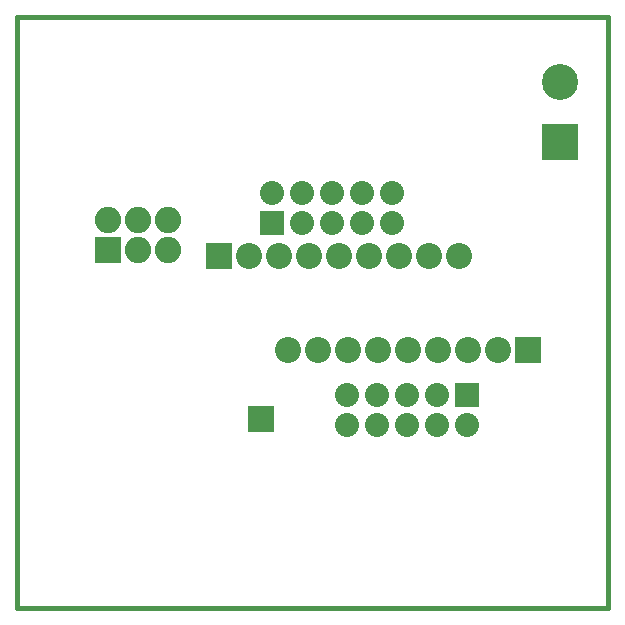
<source format=gbs>
G04 #@! TF.FileFunction,Soldermask,Bot*
%FSLAX46Y46*%
G04 Gerber Fmt 4.6, Leading zero omitted, Abs format (unit mm)*
G04 Created by KiCad (PCBNEW 4.0.5-e0-6337~49~ubuntu16.04.1) date Tue Jan 17 08:51:43 2017*
%MOMM*%
%LPD*%
G01*
G04 APERTURE LIST*
%ADD10C,0.150000*%
%ADD11C,0.381000*%
%ADD12R,2.032000X2.032000*%
%ADD13C,2.032000*%
%ADD14R,2.235200X2.235200*%
%ADD15O,2.235200X2.235200*%
%ADD16R,3.048000X3.048000*%
%ADD17C,3.048000*%
%ADD18R,2.208000X2.208000*%
%ADD19O,2.208000X2.208000*%
G04 APERTURE END LIST*
D10*
D11*
X134000000Y-48000000D02*
X134000000Y-98000000D01*
X184000000Y-48000000D02*
X134000000Y-48000000D01*
X184000000Y-98000000D02*
X184000000Y-48000000D01*
X134000000Y-98000000D02*
X184000000Y-98000000D01*
D12*
X155575000Y-65405000D03*
D13*
X155575000Y-62865000D03*
X158115000Y-65405000D03*
X158115000Y-62865000D03*
X160655000Y-65405000D03*
X160655000Y-62865000D03*
X163195000Y-65405000D03*
X163195000Y-62865000D03*
X165735000Y-65405000D03*
X165735000Y-62865000D03*
D12*
X172085000Y-80010000D03*
D13*
X172085000Y-82550000D03*
X169545000Y-80010000D03*
X169545000Y-82550000D03*
X167005000Y-80010000D03*
X167005000Y-82550000D03*
X164465000Y-80010000D03*
X164465000Y-82550000D03*
X161925000Y-80010000D03*
X161925000Y-82550000D03*
D14*
X141732000Y-67691000D03*
D15*
X141732000Y-65151000D03*
X144272000Y-67691000D03*
X144272000Y-65151000D03*
X146812000Y-67691000D03*
X146812000Y-65151000D03*
D16*
X180000000Y-58540000D03*
D17*
X180000000Y-53460000D03*
D18*
X154686000Y-82042000D03*
X177292000Y-76200000D03*
D19*
X174752000Y-76200000D03*
X172212000Y-76200000D03*
X169672000Y-76200000D03*
X167132000Y-76200000D03*
X164592000Y-76200000D03*
X162052000Y-76200000D03*
X159512000Y-76200000D03*
X156972000Y-76200000D03*
D18*
X151130000Y-68199000D03*
D19*
X153670000Y-68199000D03*
X156210000Y-68199000D03*
X158750000Y-68199000D03*
X161290000Y-68199000D03*
X163830000Y-68199000D03*
X166370000Y-68199000D03*
X168910000Y-68199000D03*
X171450000Y-68199000D03*
M02*

</source>
